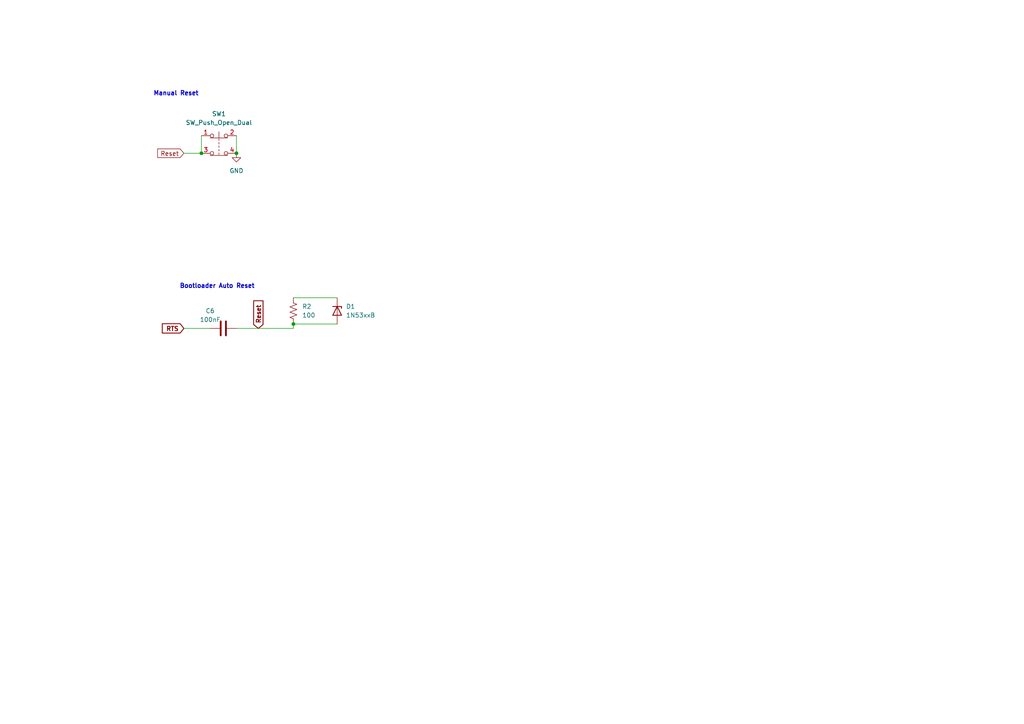
<source format=kicad_sch>
(kicad_sch (version 20230121) (generator eeschema)
  (paper "A4")
  (lib_symbols
    (symbol "Device:C" (pin_numbers hide) (pin_names (offset 0.254))
      (property "Reference" "C" (at 0.635 2.54 0))
      (property "Value" "C" (at 0.635 -2.54 0))
      (symbol "C_0_1"
        (polyline (pts (xy -2.032 -0.762) (xy 2.032 -0.762)) (stroke (width 0.508)))
        (polyline (pts (xy -2.032 0.762) (xy 2.032 0.762)) (stroke (width 0.508)))
      )
      (symbol "C_1_1"
        (pin passive line (at 0 3.81 270) (length 2.794) (name "~") (number "1"))
        (pin passive line (at 0 -3.81 90) (length 2.794) (name "~") (number "2"))
      )
    )
    (symbol "Device:R_US" (pin_numbers hide) (pin_names (offset 0))
      (property "Reference" "R" (at 2.54 0 90))
      (property "Value" "R_US" (at -2.54 0 90))
      (symbol "R_US_0_1"
        (polyline (pts (xy 0 -2.286) (xy 0 -2.54)))
        (polyline (pts (xy 0 2.286) (xy 0 2.54)))
        (polyline (pts (xy 0 -0.762) (xy 1.016 -1.143) (xy 0 -1.524) (xy -1.016 -1.905) (xy 0 -2.286)))
        (polyline (pts (xy 0 0.762) (xy 1.016 0.381) (xy 0 0) (xy -1.016 -0.381) (xy 0 -0.762)))
        (polyline (pts (xy 0 2.286) (xy 1.016 1.905) (xy 0 1.524) (xy -1.016 1.143) (xy 0 0.762)))
      )
      (symbol "R_US_1_1"
        (pin passive line (at 0 3.81 270) (length 1.27) (name "~") (number "1"))
        (pin passive line (at 0 -3.81 90) (length 1.27) (name "~") (number "2"))
      )
    )
    (symbol "Diode:1N53xxB" (pin_numbers hide) (pin_names hide)
      (property "Reference" "D" (at 0 2.54 0))
      (property "Value" "1N53xxB" (at 0 -2.54 0))
      (symbol "1N53xxB_0_1"
        (polyline (pts (xy 1.27 0) (xy -1.27 0)))
        (polyline (pts (xy -1.27 -1.27) (xy -1.27 1.27) (xy -0.762 1.27)) (stroke (width 0.254)))
        (polyline (pts (xy 1.27 -1.27) (xy 1.27 1.27) (xy -1.27 0) (xy 1.27 -1.27)) (stroke (width 0.254)))
      )
      (symbol "1N53xxB_1_1"
        (pin passive line (at -3.81 0 0) (length 2.54) (name "K") (number "1"))
        (pin passive line (at 3.81 0 180) (length 2.54) (name "A") (number "2"))
      )
    )
    (symbol "Switch:SW_Push_Open_Dual" (pin_names (offset 1.016) hide)
      (property "Reference" "SW" (at 1.27 2.54 0))
      (property "Value" "SW_Push_Open_Dual" (at 0 -6.985 0))
      (symbol "SW_Push_Open_Dual_0_1"
        (circle (center -2.032 -5.08) (radius 0.508))
        (circle (center -2.032 0) (radius 0.508))
        (polyline (pts (xy 0 -4.953) (xy 0 -5.461)))
        (polyline (pts (xy 0 -3.937) (xy 0 -4.445)))
        (polyline (pts (xy 0 -3.429) (xy 0 -2.921)))
        (polyline (pts (xy 0 -2.413) (xy 0 -1.905)))
        (polyline (pts (xy 0 -1.397) (xy 0 -0.889)))
        (polyline (pts (xy 0 -0.635) (xy 0 1.143)))
        (polyline (pts (xy 2.54 -5.715) (xy -2.54 -5.715)))
        (polyline (pts (xy 2.54 -0.635) (xy -2.54 -0.635)))
        (circle (center 2.032 -5.08) (radius 0.508))
        (circle (center 2.032 0) (radius 0.508))
        (pin passive line (at -5.08 0 0) (length 2.54) (name "1") (number "1"))
        (pin passive line (at 5.08 0 180) (length 2.54) (name "2") (number "2"))
        (pin passive line (at -5.08 -5.08 0) (length 2.54) (name "3") (number "3"))
        (pin passive line (at 5.08 -5.08 180) (length 2.54) (name "4") (number "4"))
      )
    )
    (symbol "power:GND" (power) (pin_names (offset 0))
      (property "Value" "GND" (at 0 -3.81 0))
      (symbol "GND_0_1"
        (polyline (pts (xy 0 0) (xy 0 -1.27) (xy 1.27 -1.27) (xy 0 -2.54) (xy -1.27 -1.27) (xy 0 -1.27)))
      )
      (symbol "GND_1_1"
        (pin power_in line (at 0 0 270) (length 0) hide (name "GND") (number "1"))
      )
    )
  )
  (junction (at 58.42 44.45))
  (junction (at 68.58 44.45))
  (junction (at 85.09 93.98))
  (wire (pts (xy 68.58 95.25) (xy 85.09 95.25)))
  (wire (pts (xy 58.42 39.37) (xy 58.42 44.45)))
  (wire (pts (xy 53.34 95.25) (xy 60.96 95.25)))
  (wire (pts (xy 68.58 39.37) (xy 68.58 44.45)))
  (wire (pts (xy 53.34 44.45) (xy 58.42 44.45)))
  (wire (pts (xy 85.09 86.36) (xy 97.79 86.36)))
  (wire (pts (xy 85.09 95.25) (xy 85.09 93.98)))
  (wire (pts (xy 85.09 93.98) (xy 97.79 93.98)))
  (text "Bootloader Auto Reset\n" (at 52.07 83.82 0) (effects (font (size 1.27 1.27) (thickness 0.254) bold) (justify left bottom)))
  (text "Manual Reset\n" (at 44.45 27.94 0) (effects (font (size 1.27 1.27) (thickness 0.254) bold) (justify left bottom)))
  (global_label "Reset" (shape input) (at 74.93 95.25 90) (effects (font bold)) (property "Intersheetrefs" "${INTERSHEET_REFS}" (effects hide)))
  (global_label "RTS" (shape input) (at 53.34 95.25 180) (effects (font bold)) (property "Intersheetrefs" "${INTERSHEET_REFS}" (effects hide)))
  (global_label "Reset" (shape input) (at 53.34 44.45 180) (property "Intersheetrefs" "${INTERSHEET_REFS}" (effects hide)))
  (symbol (lib_id "Device:R_US") (at 85.09 90.17 0) (unit 1)
    (property "Reference" "R2" (at 87.63 88.9 0) (effects (justify left)))
    (property "Value" "100" (at 87.63 91.44 0) (effects (justify left)))
  )
  (symbol (lib_id "Switch:SW_Push_Open_Dual") (at 63.5 39.37 0) (unit 1)
    (property "Reference" "SW1" (at 63.5 33.02 0))
    (property "Value" "SW_Push_Open_Dual" (at 63.5 35.56 0))
  )
  (symbol (lib_id "power:GND") (at 68.58 44.45 0) (unit 1)
    (property "Reference" "#PWR03" (effects hide))
    (property "Value" "GND" (at 68.58 49.53 0))
    (instances (project "tool_board" (path "" (reference "#PWR03") (unit 1)) (path "" (reference "#PWR07") (unit 1))))
  )
  (symbol (lib_id "Diode:1N53xxB") (at 97.79 90.17 270) (unit 1)
    (property "Reference" "D1" (at 100.33 88.9 90) (effects (justify left)))
    (property "Value" "1N53xxB" (at 100.33 91.44 90) (effects (justify left)))
    (property "Footprint" "Diode_THT:D_DO-201_P15.24mm_Horizontal" (effects hide))
    (property "Datasheet" "https://diotec.com/tl_files/diotec/files/pdf/datasheets/1n5345b.pdf" (effects hide))
  )
  (symbol (lib_id "Device:C") (at 64.77 95.25 270) (unit 1)
    (property "Reference" "C6" (at 60.96 90.17 90))
    (property "Value" "100nF" (at 60.96 92.71 90))
    (instances (project "getting-started" (path "" (reference "C6") (unit 1))) (project "tool_board" (path "" (reference "C1") (unit 1)) (path "" (reference "C1") (unit 1)) (path "" (reference "C7") (unit 1))) (project "crystal" (path "" (reference "C6") (unit 1))))
  )
)
</source>
